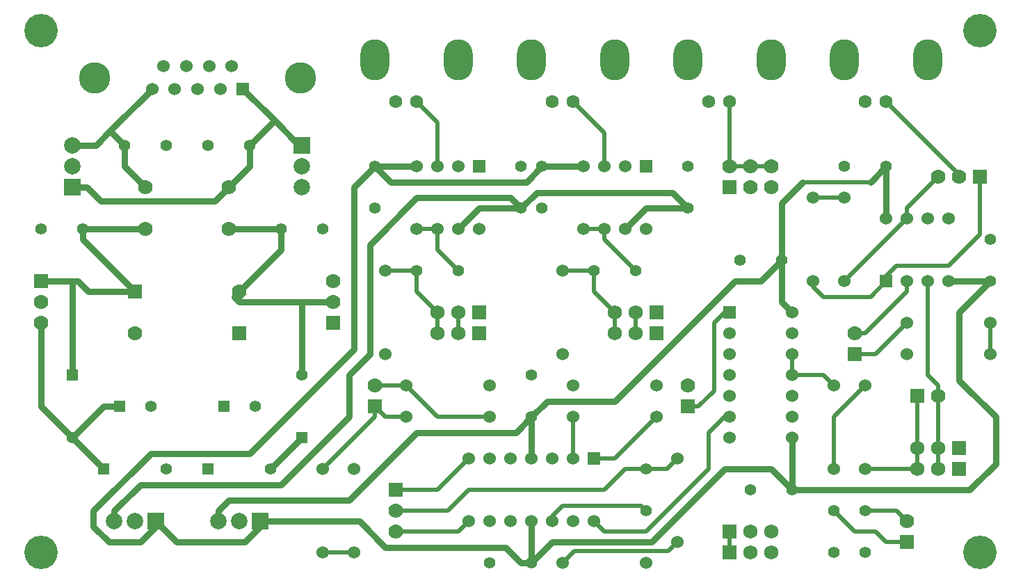
<source format=gtl>
G04 (created by PCBNEW (2013-07-07 BZR 4022)-stable) date 12/07/2015 18:34:44*
%MOIN*%
G04 Gerber Fmt 3.4, Leading zero omitted, Abs format*
%FSLAX34Y34*%
G01*
G70*
G90*
G04 APERTURE LIST*
%ADD10C,0.00590551*%
%ADD11R,0.06X0.06*%
%ADD12C,0.06*%
%ADD13R,0.0787402X0.0787402*%
%ADD14C,0.0787402*%
%ADD15C,0.0688976*%
%ADD16R,0.0688976X0.0688976*%
%ADD17R,0.07X0.07*%
%ADD18C,0.07*%
%ADD19R,0.055X0.055*%
%ADD20C,0.055*%
%ADD21O,0.1378X0.1969*%
%ADD22C,0.063*%
%ADD23C,0.15*%
%ADD24C,0.16*%
%ADD25C,0.03*%
%ADD26C,0.02*%
G04 APERTURE END LIST*
G54D10*
G54D11*
X51500Y-44000D03*
G54D12*
X50500Y-44000D03*
X49500Y-44000D03*
X48500Y-44000D03*
X47500Y-44000D03*
X46500Y-44000D03*
X45500Y-44000D03*
X45500Y-47000D03*
X46500Y-47000D03*
X47500Y-47000D03*
X48500Y-47000D03*
X49500Y-47000D03*
X50500Y-47000D03*
X51500Y-47000D03*
G54D11*
X58000Y-37000D03*
G54D12*
X58000Y-38000D03*
X58000Y-39000D03*
X58000Y-40000D03*
X58000Y-41000D03*
X58000Y-42000D03*
X58000Y-43000D03*
X61000Y-43000D03*
X61000Y-42000D03*
X61000Y-41000D03*
X61000Y-40000D03*
X61000Y-39000D03*
X61000Y-38000D03*
X61000Y-37000D03*
G54D11*
X65500Y-35500D03*
G54D12*
X66500Y-35500D03*
X67500Y-35500D03*
X68500Y-35500D03*
X68500Y-32500D03*
X67500Y-32500D03*
X66500Y-32500D03*
X65500Y-32500D03*
G54D11*
X54000Y-30000D03*
G54D12*
X53000Y-30000D03*
X52000Y-30000D03*
X51000Y-30000D03*
X51000Y-33000D03*
X52000Y-33000D03*
X53000Y-33000D03*
X54000Y-33000D03*
G54D11*
X46000Y-30000D03*
G54D12*
X45000Y-30000D03*
X44000Y-30000D03*
X43000Y-30000D03*
X43000Y-33000D03*
X44000Y-33000D03*
X45000Y-33000D03*
X46000Y-33000D03*
G54D13*
X37500Y-29000D03*
G54D14*
X37500Y-30000D03*
X37500Y-31000D03*
G54D13*
X26500Y-31000D03*
G54D14*
X26500Y-30000D03*
X26500Y-29000D03*
G54D13*
X30500Y-47000D03*
G54D14*
X29500Y-47000D03*
X28500Y-47000D03*
G54D13*
X35500Y-47000D03*
G54D14*
X34500Y-47000D03*
X33500Y-47000D03*
G54D15*
X45000Y-37000D03*
G54D16*
X46000Y-37000D03*
G54D15*
X44000Y-37000D03*
G54D16*
X46000Y-38000D03*
G54D15*
X45000Y-38000D03*
X44000Y-38000D03*
X53500Y-37000D03*
G54D16*
X54500Y-37000D03*
G54D15*
X52500Y-37000D03*
G54D16*
X54500Y-38000D03*
G54D15*
X53500Y-38000D03*
X52500Y-38000D03*
X68000Y-43500D03*
G54D16*
X69000Y-43500D03*
G54D15*
X67000Y-43500D03*
G54D16*
X69000Y-44500D03*
G54D15*
X68000Y-44500D03*
X67000Y-44500D03*
X59000Y-48500D03*
G54D16*
X58000Y-48500D03*
G54D15*
X60000Y-48500D03*
G54D16*
X58000Y-47500D03*
G54D15*
X59000Y-47500D03*
X60000Y-47500D03*
G54D17*
X39000Y-37500D03*
G54D18*
X39000Y-36500D03*
X39000Y-35500D03*
G54D17*
X25000Y-35500D03*
G54D18*
X25000Y-36500D03*
X25000Y-37500D03*
G54D17*
X58000Y-31000D03*
G54D18*
X58000Y-30000D03*
X59000Y-31000D03*
X59000Y-30000D03*
X60000Y-31000D03*
X60000Y-30000D03*
G54D17*
X67000Y-41000D03*
G54D18*
X68000Y-41000D03*
G54D17*
X70000Y-30500D03*
G54D18*
X69000Y-30500D03*
X68000Y-30500D03*
G54D17*
X34500Y-38000D03*
G54D18*
X34500Y-36000D03*
G54D17*
X29500Y-36000D03*
G54D18*
X29500Y-38000D03*
G54D19*
X33750Y-41500D03*
G54D20*
X35250Y-41500D03*
G54D19*
X28750Y-41500D03*
G54D20*
X30250Y-41500D03*
G54D17*
X42000Y-45500D03*
G54D18*
X42000Y-46500D03*
X42000Y-47500D03*
G54D17*
X66500Y-48000D03*
G54D18*
X66500Y-47000D03*
G54D17*
X64000Y-39000D03*
G54D18*
X64000Y-38000D03*
G54D17*
X56000Y-41500D03*
G54D18*
X56000Y-40500D03*
G54D17*
X41000Y-41500D03*
G54D18*
X41000Y-40500D03*
G54D21*
X48500Y-24900D03*
X52500Y-24900D03*
G54D22*
X50500Y-26900D03*
X49500Y-26900D03*
G54D23*
X37420Y-25750D03*
X27580Y-25750D03*
G54D11*
X34680Y-26310D03*
G54D12*
X33590Y-26310D03*
X32500Y-26310D03*
X31410Y-26310D03*
X30320Y-26310D03*
X30860Y-25190D03*
X31950Y-25190D03*
X33050Y-25190D03*
X34140Y-25190D03*
X50000Y-39000D03*
X50000Y-35000D03*
X46500Y-40500D03*
X42500Y-40500D03*
X46500Y-42000D03*
X42500Y-42000D03*
X41500Y-35000D03*
X41500Y-39000D03*
X50500Y-42000D03*
X54500Y-42000D03*
X40000Y-44500D03*
X40000Y-48500D03*
X38500Y-48500D03*
X38500Y-44500D03*
X54000Y-49000D03*
X50000Y-49000D03*
X55500Y-48000D03*
X55500Y-44000D03*
X54500Y-40500D03*
X50500Y-40500D03*
X63000Y-40500D03*
X63000Y-44500D03*
X64500Y-40500D03*
X64500Y-44500D03*
X70500Y-37500D03*
X66500Y-37500D03*
X70500Y-39000D03*
X66500Y-39000D03*
G54D20*
X53500Y-35000D03*
X51500Y-35000D03*
X29000Y-29000D03*
X31000Y-29000D03*
X35000Y-29000D03*
X33000Y-29000D03*
X70500Y-35500D03*
X70500Y-33500D03*
X65500Y-30000D03*
X63500Y-30000D03*
X27000Y-33000D03*
X25000Y-33000D03*
X36500Y-33000D03*
X38500Y-33000D03*
X64500Y-48500D03*
X64500Y-46500D03*
X63000Y-48500D03*
X63000Y-46500D03*
X61000Y-45500D03*
X59000Y-45500D03*
X60500Y-34500D03*
X58500Y-34500D03*
X41000Y-30000D03*
X41000Y-32000D03*
X46500Y-49000D03*
X48500Y-49000D03*
X48000Y-32000D03*
X48000Y-30000D03*
X54000Y-46500D03*
X54000Y-44500D03*
X49000Y-30000D03*
X49000Y-32000D03*
X56000Y-32000D03*
X56000Y-30000D03*
X48500Y-42000D03*
X48500Y-40000D03*
X45000Y-35000D03*
X43000Y-35000D03*
G54D21*
X41000Y-24900D03*
X45000Y-24900D03*
G54D22*
X43000Y-26900D03*
X42000Y-26900D03*
G54D18*
X30000Y-31000D03*
X30000Y-33000D03*
X34000Y-31000D03*
X34000Y-33000D03*
G54D24*
X70000Y-23500D03*
X70000Y-48500D03*
X25000Y-48500D03*
X25000Y-23500D03*
G54D21*
X56000Y-24900D03*
X60000Y-24900D03*
G54D22*
X58000Y-26900D03*
X57000Y-26900D03*
G54D21*
X63500Y-24900D03*
X67500Y-24900D03*
G54D22*
X65500Y-26900D03*
X64500Y-26900D03*
G54D19*
X28000Y-44500D03*
G54D20*
X31000Y-44500D03*
G54D19*
X33000Y-44500D03*
G54D20*
X36000Y-44500D03*
G54D19*
X26500Y-40000D03*
G54D20*
X26500Y-43000D03*
G54D19*
X37500Y-43000D03*
G54D20*
X37500Y-40000D03*
G54D12*
X63500Y-35500D03*
X63500Y-31500D03*
X62000Y-35500D03*
X62000Y-31500D03*
G54D25*
X52500Y-41250D02*
X58250Y-35500D01*
X60500Y-34500D02*
X59500Y-35500D01*
X58250Y-35500D02*
X59500Y-35500D01*
X49250Y-41250D02*
X52500Y-41250D01*
X49250Y-41250D02*
X48500Y-42000D01*
X65500Y-32500D02*
X65500Y-30000D01*
X60500Y-34500D02*
X60500Y-31750D01*
X64750Y-30750D02*
X65500Y-30000D01*
G54D26*
X61500Y-30750D02*
X64750Y-30750D01*
G54D25*
X60500Y-31750D02*
X61500Y-30750D01*
X60500Y-34500D02*
X60500Y-36500D01*
X60500Y-36500D02*
X61000Y-37000D01*
X43000Y-42750D02*
X47750Y-42750D01*
X43000Y-42750D02*
X39750Y-46000D01*
X39750Y-46000D02*
X34000Y-46000D01*
X34000Y-46000D02*
X33500Y-46500D01*
X33500Y-46500D02*
X33500Y-47000D01*
X47750Y-42750D02*
X48500Y-42000D01*
X26500Y-43000D02*
X28000Y-44500D01*
X28000Y-41500D02*
X26500Y-43000D01*
X28750Y-41500D02*
X28000Y-41500D01*
X25000Y-41500D02*
X26500Y-43000D01*
X25000Y-37500D02*
X25000Y-41500D01*
X47500Y-31500D02*
X48000Y-32000D01*
X43000Y-31500D02*
X47500Y-31500D01*
X40750Y-33750D02*
X43000Y-31500D01*
X40750Y-39000D02*
X40750Y-33750D01*
X39750Y-40000D02*
X40750Y-39000D01*
X39750Y-42000D02*
X39750Y-40000D01*
X36500Y-45250D02*
X39750Y-42000D01*
X29750Y-45250D02*
X36500Y-45250D01*
X28500Y-46500D02*
X29750Y-45250D01*
X28500Y-47000D02*
X28500Y-46500D01*
X55250Y-31250D02*
X56000Y-32000D01*
X48000Y-32000D02*
X48750Y-31250D01*
X48750Y-31250D02*
X55250Y-31250D01*
X48500Y-42000D02*
X48500Y-44000D01*
X54000Y-32000D02*
X53000Y-33000D01*
X56000Y-32000D02*
X54000Y-32000D01*
X46000Y-32000D02*
X45000Y-33000D01*
X48000Y-32000D02*
X46000Y-32000D01*
X29000Y-30000D02*
X30000Y-31000D01*
X29000Y-29000D02*
X29000Y-30000D01*
X29000Y-29000D02*
X28315Y-28315D01*
X27630Y-29000D02*
X28315Y-28315D01*
X26500Y-29000D02*
X27630Y-29000D01*
X28315Y-28315D02*
X30320Y-26310D01*
G54D26*
X64000Y-39000D02*
X65000Y-39000D01*
X65000Y-39000D02*
X66500Y-37500D01*
X70000Y-30500D02*
X70000Y-33250D01*
X65500Y-35250D02*
X65500Y-35500D01*
X66000Y-34750D02*
X65500Y-35250D01*
X68500Y-34750D02*
X66000Y-34750D01*
X70000Y-33250D02*
X68500Y-34750D01*
X62000Y-35500D02*
X62000Y-35750D01*
X64750Y-36250D02*
X65500Y-35500D01*
X62500Y-36250D02*
X64750Y-36250D01*
X62000Y-35750D02*
X62500Y-36250D01*
X41000Y-41500D02*
X41000Y-42000D01*
X41000Y-42000D02*
X38500Y-44500D01*
X42500Y-42000D02*
X41500Y-42000D01*
X41500Y-42000D02*
X41000Y-41500D01*
X42000Y-45500D02*
X44000Y-45500D01*
X44000Y-45500D02*
X45500Y-44000D01*
G54D25*
X54250Y-48000D02*
X49500Y-48000D01*
X61000Y-45500D02*
X60000Y-44500D01*
X57750Y-44500D02*
X60000Y-44500D01*
X49500Y-48000D02*
X48500Y-49000D01*
X54250Y-48000D02*
X57750Y-44500D01*
X69000Y-40250D02*
X69000Y-37000D01*
X70500Y-35500D02*
X69000Y-37000D01*
X70750Y-44250D02*
X70750Y-42000D01*
X70750Y-42000D02*
X69000Y-40250D01*
X69500Y-45500D02*
X61000Y-45500D01*
X69500Y-45500D02*
X70750Y-44250D01*
X68500Y-35500D02*
X70500Y-35500D01*
X61000Y-45500D02*
X61000Y-43000D01*
X36000Y-44500D02*
X37500Y-43000D01*
X40000Y-31000D02*
X41000Y-30000D01*
X40000Y-38750D02*
X40000Y-31000D01*
X35000Y-43750D02*
X40000Y-38750D01*
X30250Y-43750D02*
X35000Y-43750D01*
X27500Y-46500D02*
X30250Y-43750D01*
X27500Y-47250D02*
X27500Y-46500D01*
X28250Y-48000D02*
X27500Y-47250D01*
X29750Y-48000D02*
X28250Y-48000D01*
X30500Y-47250D02*
X29750Y-48000D01*
X30500Y-47000D02*
X30500Y-47250D01*
X31500Y-48000D02*
X30500Y-47000D01*
X34750Y-48000D02*
X31500Y-48000D01*
X35500Y-47250D02*
X34750Y-48000D01*
X35500Y-47000D02*
X35500Y-47250D01*
X41750Y-30750D02*
X41000Y-30000D01*
X48250Y-30750D02*
X41750Y-30750D01*
X49000Y-30000D02*
X48250Y-30750D01*
X40250Y-47000D02*
X35500Y-47000D01*
X48500Y-49000D02*
X48000Y-49000D01*
X48000Y-49000D02*
X47250Y-48250D01*
X47250Y-48250D02*
X41500Y-48250D01*
X41500Y-48250D02*
X40250Y-47000D01*
X48500Y-47000D02*
X48500Y-49000D01*
X49000Y-30000D02*
X51000Y-30000D01*
X41000Y-30000D02*
X43000Y-30000D01*
X35000Y-29000D02*
X36185Y-27815D01*
X37370Y-29000D02*
X36185Y-27815D01*
X37500Y-29000D02*
X37370Y-29000D01*
X36185Y-27815D02*
X34680Y-26310D01*
X35000Y-30000D02*
X34000Y-31000D01*
X35000Y-29000D02*
X35000Y-30000D01*
X27850Y-31656D02*
X27193Y-31000D01*
X33343Y-31656D02*
X27850Y-31656D01*
X34000Y-31000D02*
X33343Y-31656D01*
X26500Y-31000D02*
X27193Y-31000D01*
G54D26*
X63500Y-35500D02*
X66500Y-32500D01*
X66500Y-32500D02*
X66500Y-32000D01*
X66500Y-32000D02*
X68000Y-30500D01*
X45000Y-47500D02*
X42000Y-47500D01*
X45500Y-47000D02*
X45000Y-47500D01*
X61000Y-40000D02*
X61000Y-39000D01*
X61000Y-40000D02*
X62500Y-40000D01*
X62500Y-40000D02*
X63000Y-40500D01*
X61000Y-40000D02*
X61000Y-40000D01*
X52000Y-33000D02*
X52000Y-33500D01*
X52000Y-33500D02*
X53500Y-35000D01*
X52000Y-33000D02*
X51000Y-33000D01*
X63500Y-31500D02*
X62000Y-31500D01*
G54D25*
X26500Y-40000D02*
X26500Y-35500D01*
X27000Y-33500D02*
X29500Y-36000D01*
X27000Y-33000D02*
X27000Y-33500D01*
X30000Y-33000D02*
X27000Y-33000D01*
X26750Y-35500D02*
X26500Y-35500D01*
X27250Y-36000D02*
X26750Y-35500D01*
X29500Y-36000D02*
X27250Y-36000D01*
X26500Y-35500D02*
X25000Y-35500D01*
G54D26*
X44000Y-30000D02*
X44000Y-27900D01*
X44000Y-27900D02*
X43000Y-26900D01*
X45000Y-37000D02*
X45000Y-38000D01*
G54D25*
X37500Y-40000D02*
X37500Y-36500D01*
X36500Y-34000D02*
X34500Y-36000D01*
X36500Y-33000D02*
X36500Y-34000D01*
X34000Y-33000D02*
X36500Y-33000D01*
X39000Y-36500D02*
X37500Y-36500D01*
X34500Y-36500D02*
X34375Y-36375D01*
X37500Y-36500D02*
X34500Y-36500D01*
X34375Y-36375D02*
X34250Y-36250D01*
X34500Y-36250D02*
X34500Y-36000D01*
X34375Y-36375D02*
X34500Y-36250D01*
G54D26*
X52500Y-37000D02*
X52500Y-38000D01*
X51500Y-35000D02*
X51500Y-36000D01*
X51500Y-36000D02*
X52500Y-37000D01*
X51500Y-35000D02*
X50000Y-35000D01*
X43000Y-35000D02*
X43000Y-36000D01*
X43000Y-36000D02*
X44000Y-37000D01*
X44000Y-37000D02*
X44000Y-38000D01*
X43000Y-35000D02*
X41500Y-35000D01*
X69000Y-30500D02*
X69000Y-30400D01*
X69000Y-30400D02*
X65500Y-26900D01*
X67500Y-35500D02*
X67500Y-40000D01*
X68000Y-40500D02*
X68000Y-41000D01*
X67500Y-40000D02*
X68000Y-40500D01*
X68000Y-41000D02*
X68000Y-43500D01*
X68000Y-43500D02*
X68000Y-44500D01*
X66500Y-35500D02*
X66500Y-36000D01*
X66500Y-36000D02*
X64500Y-38000D01*
X64500Y-38000D02*
X64000Y-38000D01*
X70500Y-37500D02*
X70500Y-39000D01*
X66500Y-48000D02*
X65500Y-48000D01*
X64000Y-47500D02*
X63000Y-46500D01*
X65000Y-47500D02*
X64000Y-47500D01*
X65500Y-48000D02*
X65000Y-47500D01*
X63000Y-44500D02*
X63000Y-42000D01*
X63000Y-42000D02*
X64500Y-40500D01*
X53500Y-37000D02*
X53500Y-38000D01*
X55075Y-48425D02*
X55500Y-48000D01*
X50575Y-48425D02*
X55075Y-48425D01*
X50000Y-49000D02*
X50575Y-48425D01*
X64500Y-44500D02*
X67000Y-44500D01*
X67000Y-41000D02*
X67000Y-43500D01*
X64500Y-46500D02*
X66000Y-46500D01*
X66000Y-46500D02*
X66500Y-47000D01*
X67000Y-43500D02*
X67000Y-44500D01*
X50500Y-44000D02*
X50500Y-42000D01*
X58000Y-30000D02*
X59000Y-30000D01*
X59000Y-30000D02*
X60000Y-30000D01*
X58000Y-30000D02*
X58000Y-26900D01*
X41000Y-40500D02*
X42500Y-40500D01*
X46500Y-42000D02*
X44000Y-42000D01*
X44000Y-42000D02*
X42500Y-40500D01*
X44000Y-33000D02*
X44000Y-34000D01*
X44000Y-34000D02*
X45000Y-35000D01*
X44000Y-33000D02*
X43000Y-33000D01*
X52000Y-30000D02*
X52000Y-28400D01*
X52000Y-28400D02*
X50500Y-26900D01*
X49500Y-47000D02*
X49500Y-46750D01*
X53750Y-46250D02*
X54000Y-46500D01*
X50000Y-46250D02*
X53750Y-46250D01*
X49500Y-46750D02*
X50000Y-46250D01*
X58000Y-48500D02*
X58000Y-47500D01*
X38500Y-48500D02*
X40000Y-48500D01*
X57000Y-42750D02*
X57000Y-44500D01*
X57000Y-42750D02*
X57750Y-42000D01*
X58000Y-42000D02*
X57750Y-42000D01*
X52000Y-47500D02*
X54000Y-47500D01*
X54000Y-47500D02*
X57000Y-44500D01*
X52000Y-47500D02*
X51500Y-47000D01*
X44500Y-46500D02*
X45500Y-45500D01*
X42000Y-46500D02*
X44500Y-46500D01*
X53000Y-44500D02*
X52000Y-45500D01*
X52000Y-45500D02*
X45500Y-45500D01*
X53000Y-44500D02*
X54000Y-44500D01*
X55000Y-44500D02*
X55500Y-44000D01*
X54000Y-44500D02*
X55000Y-44500D01*
X58000Y-37000D02*
X57750Y-37000D01*
X56500Y-41500D02*
X56000Y-41500D01*
X57250Y-40750D02*
X56500Y-41500D01*
X57250Y-37500D02*
X57250Y-40750D01*
X57750Y-37000D02*
X57250Y-37500D01*
X51500Y-44000D02*
X52500Y-44000D01*
X52500Y-44000D02*
X54500Y-42000D01*
M02*

</source>
